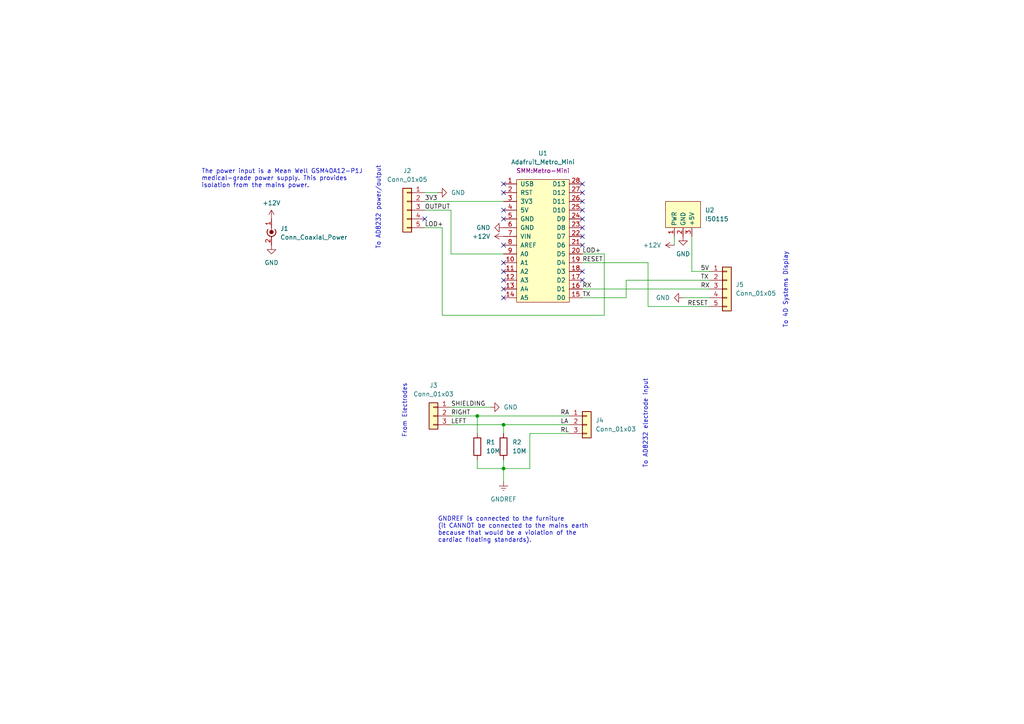
<source format=kicad_sch>
(kicad_sch (version 20211123) (generator eeschema)
  (paper "A4")
  (title_block (title "Electricity In the Body") (date "2022-07-28") (rev "0") (company "Science Museum of Minnesota") (comment 1 "Author: Kate Swanson"))
  (lib_symbols
    (symbol "Connector:Conn_Coaxial_Power" (pin_names (offset 1.016) hide)
      (property "Reference" "J" (at -5.08 -1.27 90))
      (property "Value" "Conn_Coaxial_Power" (at -3.175 -1.27 90))
      (symbol "Conn_Coaxial_Power_0_1"
        (arc (start -1.27 -1.27) (mid 0 -2.54) (end 1.27 -1.27) (stroke (width 0.254)))
        (arc (start -1.016 -0.508) (mid -1.2048 -0.8684) (end -1.27 -1.27) (stroke (width 0.254)))
        (circle (center 0 -1.27) (radius 0.508) (stroke (width 0.2032)) (fill (type outline)))
        (polyline (pts (xy 0 -2.54) (xy 0 -3.048)))
        (polyline (pts (xy 0 0) (xy 0 -1.27)))
        (arc (start 1.27 -1.27) (mid 1.2048 -0.8684) (end 1.016 -0.508) (stroke (width 0.254)))
      )
      (symbol "Conn_Coaxial_Power_1_1"
        (pin passive line (at 0 2.54 270) (length 2.54) (name "In") (number "1"))
        (pin passive line (at 0 -5.08 90) (length 2.54) (name "Ext") (number "2"))
      )
    )
    (symbol "Connector_Generic:Conn_01x03" (pin_names (offset 1.016) hide)
      (property "Reference" "J" (at 0 5.08 0))
      (property "Value" "Conn_01x03" (at 0 -5.08 0))
      (symbol "Conn_01x03_1_1"
        (rectangle (start -1.27 -2.413) (end 0 -2.667) (stroke (width 0.1524)))
        (rectangle (start -1.27 0.127) (end 0 -0.127) (stroke (width 0.1524)))
        (rectangle (start -1.27 2.667) (end 0 2.413) (stroke (width 0.1524)))
        (rectangle (start -1.27 3.81) (end 1.27 -3.81) (stroke (width 0.254)) (fill (type background)))
        (pin passive line (at -5.08 2.54 0) (length 3.81) (name "Pin_1") (number "1"))
        (pin passive line (at -5.08 0 0) (length 3.81) (name "Pin_2") (number "2"))
        (pin passive line (at -5.08 -2.54 0) (length 3.81) (name "Pin_3") (number "3"))
      )
    )
    (symbol "Connector_Generic:Conn_01x05" (pin_names (offset 1.016) hide)
      (property "Reference" "J" (at 0 7.62 0))
      (property "Value" "Conn_01x05" (at 0 -7.62 0))
      (symbol "Conn_01x05_1_1"
        (rectangle (start -1.27 -4.953) (end 0 -5.207) (stroke (width 0.1524)))
        (rectangle (start -1.27 -2.413) (end 0 -2.667) (stroke (width 0.1524)))
        (rectangle (start -1.27 0.127) (end 0 -0.127) (stroke (width 0.1524)))
        (rectangle (start -1.27 2.667) (end 0 2.413) (stroke (width 0.1524)))
        (rectangle (start -1.27 5.207) (end 0 4.953) (stroke (width 0.1524)))
        (rectangle (start -1.27 6.35) (end 1.27 -6.35) (stroke (width 0.254)) (fill (type background)))
        (pin passive line (at -5.08 5.08 0) (length 3.81) (name "Pin_1") (number "1"))
        (pin passive line (at -5.08 2.54 0) (length 3.81) (name "Pin_2") (number "2"))
        (pin passive line (at -5.08 0 0) (length 3.81) (name "Pin_3") (number "3"))
        (pin passive line (at -5.08 -2.54 0) (length 3.81) (name "Pin_4") (number "4"))
        (pin passive line (at -5.08 -5.08 0) (length 3.81) (name "Pin_5") (number "5"))
      )
    )
    (symbol "Device:R" (pin_numbers hide) (pin_names (offset 0))
      (property "Reference" "R" (at 2.032 0 90))
      (property "Value" "R" (at 0 0 90))
      (symbol "R_0_1"
        (rectangle (start -1.016 -2.54) (end 1.016 2.54) (stroke (width 0.254)))
      )
      (symbol "R_1_1"
        (pin passive line (at 0 3.81 270) (length 1.27) (name "~") (number "1"))
        (pin passive line (at 0 -3.81 90) (length 1.27) (name "~") (number "2"))
      )
    )
    (symbol "SMM:Adafruit_Metro_Mini" (pin_names (offset 1.016))
      (property "Reference" "U" (at 0 0 0))
      (property "Value" "Adafruit_Metro_Mini" (at 0 16.51 90))
      (property "Footprint" "SMM:Metro-Mini" (at 0 38.1 0))
      (symbol "Adafruit_Metro_Mini_0_1"
        (rectangle (start -7.62 1.27) (end 7.62 36.83) (fill (type background)))
      )
      (symbol "Adafruit_Metro_Mini_1_1"
        (pin bidirectional line (at -11.43 35.56 0) (length 3.81) (name "USB") (number "1"))
        (pin bidirectional line (at -11.43 12.7 0) (length 3.81) (name "A1") (number "10"))
        (pin bidirectional line (at -11.43 10.16 0) (length 3.81) (name "A2") (number "11"))
        (pin bidirectional line (at -11.43 7.62 0) (length 3.81) (name "A3") (number "12"))
        (pin bidirectional line (at -11.43 5.08 0) (length 3.81) (name "A4") (number "13"))
        (pin bidirectional line (at -11.43 2.54 0) (length 3.81) (name "A5") (number "14"))
        (pin bidirectional line (at 11.43 2.54 180) (length 3.81) (name "D0") (number "15"))
        (pin bidirectional line (at 11.43 5.08 180) (length 3.81) (name "D1") (number "16"))
        (pin bidirectional line (at 11.43 7.62 180) (length 3.81) (name "D2") (number "17"))
        (pin bidirectional line (at 11.43 10.16 180) (length 3.81) (name "D3") (number "18"))
        (pin bidirectional line (at 11.43 12.7 180) (length 3.81) (name "D4") (number "19"))
        (pin bidirectional line (at -11.43 33.02 0) (length 3.81) (name "RST") (number "2"))
        (pin bidirectional line (at 11.43 15.24 180) (length 3.81) (name "D5") (number "20"))
        (pin bidirectional line (at 11.43 17.78 180) (length 3.81) (name "D6") (number "21"))
        (pin bidirectional line (at 11.43 20.32 180) (length 3.81) (name "D7") (number "22"))
        (pin bidirectional line (at 11.43 22.86 180) (length 3.81) (name "D8") (number "23"))
        (pin bidirectional line (at 11.43 25.4 180) (length 3.81) (name "D9") (number "24"))
        (pin bidirectional line (at 11.43 27.94 180) (length 3.81) (name "D10") (number "25"))
        (pin bidirectional line (at 11.43 30.48 180) (length 3.81) (name "D11") (number "26"))
        (pin bidirectional line (at 11.43 33.02 180) (length 3.81) (name "D12") (number "27"))
        (pin bidirectional line (at 11.43 35.56 180) (length 3.81) (name "D13") (number "28"))
        (pin power_out line (at -11.43 30.48 0) (length 3.81) (name "3V3") (number "3"))
        (pin power_out line (at -11.43 27.94 0) (length 3.81) (name "5V") (number "4"))
        (pin power_out line (at -11.43 25.4 0) (length 3.81) (name "GND") (number "5"))
        (pin power_out line (at -11.43 22.86 0) (length 3.81) (name "GND") (number "6"))
        (pin power_in line (at -11.43 20.32 0) (length 3.81) (name "VIN") (number "7"))
        (pin input line (at -11.43 17.78 0) (length 3.81) (name "AREF") (number "8"))
        (pin bidirectional line (at -11.43 15.24 0) (length 3.81) (name "A0") (number "9"))
      )
    )
    (symbol "SMM:I50115"
      (property "Reference" "U" (at 0 0 0))
      (property "Value" "I50115" (at 0 -2.54 0))
      (symbol "I50115_0_1"
        (rectangle (start -5.08 -1.27) (end 5.08 -8.89) (stroke (width 0.1524)) (fill (type background)))
      )
      (symbol "I50115_1_1"
        (pin power_in line (at -2.54 -11.43 90) (length 2.54) (name "PWR") (number "1"))
        (pin unspecified line (at 0 -11.43 90) (length 2.54) (name "GND") (number "2"))
        (pin power_out line (at 2.54 -11.43 90) (length 2.54) (name "+5V") (number "3"))
      )
    )
    (symbol "power:+12V" (power) (pin_names (offset 0))
      (property "Value" "+12V" (at 0 3.556 0))
      (symbol "+12V_0_1"
        (polyline (pts (xy -0.762 1.27) (xy 0 2.54)))
        (polyline (pts (xy 0 0) (xy 0 2.54)))
        (polyline (pts (xy 0 2.54) (xy 0.762 1.27)))
      )
      (symbol "+12V_1_1"
        (pin power_in line (at 0 0 90) (length 0) hide (name "+12V") (number "1"))
      )
    )
    (symbol "power:GND" (power) (pin_names (offset 0))
      (property "Value" "GND" (at 0 -3.81 0))
      (symbol "GND_0_1"
        (polyline (pts (xy 0 0) (xy 0 -1.27) (xy 1.27 -1.27) (xy 0 -2.54) (xy -1.27 -1.27) (xy 0 -1.27)))
      )
      (symbol "GND_1_1"
        (pin power_in line (at 0 0 270) (length 0) hide (name "GND") (number "1"))
      )
    )
    (symbol "power:GNDREF" (power) (pin_names (offset 0))
      (property "Value" "GNDREF" (at 0 -3.81 0))
      (symbol "GNDREF_0_1"
        (polyline (pts (xy -0.635 -1.905) (xy 0.635 -1.905)))
        (polyline (pts (xy -0.127 -2.54) (xy 0.127 -2.54)))
        (polyline (pts (xy 0 -1.27) (xy 0 0)))
        (polyline (pts (xy 1.27 -1.27) (xy -1.27 -1.27)))
      )
      (symbol "GNDREF_1_1"
        (pin power_in line (at 0 0 270) (length 0) hide (name "GNDREF") (number "1"))
      )
    )
  )
  (junction (at 138.43 120.65))
  (junction (at 146.05 135.89))
  (junction (at 146.05 123.19))
  (no_connect (at 146.05 83.82))
  (no_connect (at 146.05 63.5))
  (no_connect (at 168.91 66.04))
  (no_connect (at 146.05 78.74))
  (no_connect (at 168.91 63.5))
  (no_connect (at 168.91 58.42))
  (no_connect (at 168.91 53.34))
  (no_connect (at 146.05 53.34))
  (no_connect (at 146.05 55.88))
  (no_connect (at 146.05 71.12))
  (no_connect (at 146.05 76.2))
  (no_connect (at 146.05 86.36))
  (no_connect (at 146.05 81.28))
  (no_connect (at 168.91 68.58))
  (no_connect (at 168.91 78.74))
  (no_connect (at 168.91 55.88))
  (no_connect (at 168.91 71.12))
  (no_connect (at 123.19 63.5))
  (no_connect (at 146.05 60.96))
  (no_connect (at 168.91 81.28))
  (no_connect (at 168.91 60.96))
  (wire (pts (xy 200.66 78.74) (xy 205.74 78.74)))
  (wire (pts (xy 195.58 71.12) (xy 195.58 68.58)))
  (wire (pts (xy 168.91 83.82) (xy 205.74 83.82)))
  (wire (pts (xy 168.91 86.36) (xy 181.61 86.36)))
  (wire (pts (xy 128.27 91.44) (xy 128.27 66.04)))
  (wire (pts (xy 175.26 91.44) (xy 128.27 91.44)))
  (wire (pts (xy 168.91 73.66) (xy 175.26 73.66)))
  (wire (pts (xy 146.05 73.66) (xy 130.81 73.66)))
  (wire (pts (xy 175.26 73.66) (xy 175.26 91.44)))
  (wire (pts (xy 168.91 76.2) (xy 187.96 76.2)))
  (wire (pts (xy 146.05 139.7) (xy 146.05 135.89)))
  (wire (pts (xy 181.61 81.28) (xy 205.74 81.28)))
  (wire (pts (xy 198.12 86.36) (xy 205.74 86.36)))
  (wire (pts (xy 146.05 123.19) (xy 165.1 123.19)))
  (wire (pts (xy 187.96 88.9) (xy 205.74 88.9)))
  (wire (pts (xy 127 55.88) (xy 123.19 55.88)))
  (wire (pts (xy 123.19 58.42) (xy 146.05 58.42)))
  (wire (pts (xy 146.05 135.89) (xy 153.67 135.89)))
  (wire (pts (xy 200.66 68.58) (xy 200.66 78.74)))
  (wire (pts (xy 146.05 135.89) (xy 146.05 133.35)))
  (wire (pts (xy 138.43 120.65) (xy 165.1 120.65)))
  (wire (pts (xy 130.81 73.66) (xy 130.81 60.96)))
  (wire (pts (xy 128.27 66.04) (xy 123.19 66.04)))
  (wire (pts (xy 130.81 123.19) (xy 146.05 123.19)))
  (wire (pts (xy 146.05 123.19) (xy 146.05 125.73)))
  (wire (pts (xy 130.81 60.96) (xy 123.19 60.96)))
  (wire (pts (xy 138.43 120.65) (xy 138.43 125.73)))
  (wire (pts (xy 138.43 135.89) (xy 138.43 133.35)))
  (wire (pts (xy 138.43 135.89) (xy 146.05 135.89)))
  (wire (pts (xy 181.61 86.36) (xy 181.61 81.28)))
  (wire (pts (xy 187.96 76.2) (xy 187.96 88.9)))
  (wire (pts (xy 153.67 125.73) (xy 165.1 125.73)))
  (wire (pts (xy 130.81 120.65) (xy 138.43 120.65)))
  (wire (pts (xy 142.24 118.11) (xy 130.81 118.11)))
  (wire (pts (xy 153.67 135.89) (xy 153.67 125.73)))
  (text "The power input is a Mean Well GSM40A12-P1J\nmedical-grade power supply. This provides\nisolation from the mains power.\n" (at 58.42 54.61 0) (effects (font (size 1.27 1.27)) (justify left bottom)))
  (text "To AD8232 electrode input\n" (at 187.96 135.89 90) (effects (font (size 1.27 1.27)) (justify left bottom)))
  (text "From Electrodes\n" (at 118.11 127 90) (effects (font (size 1.27 1.27)) (justify left bottom)))
  (text "To AD8232 power/output\n" (at 110.49 72.39 90) (effects (font (size 1.27 1.27)) (justify left bottom)))
  (text "GNDREF is connected to the furniture\n(it CANNOT be connected to the mains earth\nbecause that would be a violation of the\ncardiac floating standards)." (at 127 157.48 0) (effects (font (size 1.27 1.27)) (justify left bottom)))
  (text "To 4D Systems Display\n" (at 228.6 95.25 90) (effects (font (size 1.27 1.27)) (justify left bottom)))
  (label "LEFT" (at 130.81 123.19 0))
  (label "OUTPUT" (at 123.19 60.96 0))
  (label "5V" (at 203.2 78.74 0))
  (label "LOD+" (at 168.91 73.66 0))
  (label "RA" (at 162.56 120.65 0))
  (label "TX" (at 168.91 86.36 0))
  (label "3V3" (at 123.19 58.42 0))
  (label "LOD+" (at 123.19 66.04 0))
  (label "LA" (at 162.56 123.19 0))
  (label "SHIELDING" (at 130.81 118.11 0))
  (label "TX" (at 203.2 81.28 0))
  (label "RESET" (at 168.91 76.2 0))
  (label "RL" (at 162.56 125.73 0))
  (label "RX" (at 168.91 83.82 0))
  (label "RIGHT" (at 130.81 120.65 0))
  (label "RX" (at 203.2 83.82 0))
  (label "RESET" (at 199.39 88.9 0))
  (symbol (lib_id "Device:R") (at 146.05 129.54 0) (unit 1)
    (property "Reference" "R2" (at 148.59 128.2699 0) (effects (justify left)))
    (property "Value" "10M" (at 148.59 130.8099 0) (effects (justify left)))
  )
  (symbol (lib_id "power:GND") (at 142.24 118.11 90) (unit 1)
    (property "Reference" "#PWR04" (effects hide))
    (property "Value" "GND" (at 146.05 118.1099 90) (effects (justify right)))
  )
  (symbol (lib_id "Connector_Generic:Conn_01x03") (at 170.18 123.19 0) (unit 1)
    (property "Reference" "J4" (at 172.72 121.9199 0) (effects (justify left)))
    (property "Value" "Conn_01x03" (at 172.72 124.4599 0) (effects (justify left)))
  )
  (symbol (lib_id "power:GND") (at 78.74 71.12 0) (unit 1)
    (property "Reference" "#PWR02" (effects hide))
    (property "Value" "GND" (at 78.74 76.2 0))
  )
  (symbol (lib_id "Connector_Generic:Conn_01x05") (at 118.11 60.96 0) (mirror y) (unit 1)
    (property "Reference" "J2" (at 118.11 49.53 0))
    (property "Value" "Conn_01x05" (at 118.11 52.07 0))
  )
  (symbol (lib_id "power:GND") (at 146.05 66.04 270) (mirror x) (unit 1)
    (property "Reference" "#PWR05" (effects hide))
    (property "Value" "GND" (at 142.24 66.0399 90) (effects (justify right)))
  )
  (symbol (lib_id "power:+12V") (at 146.05 68.58 90) (unit 1)
    (property "Reference" "#PWR06" (effects hide))
    (property "Value" "+12V" (at 142.24 68.5799 90) (effects (justify left)))
  )
  (symbol (lib_id "SMM:I50115") (at 198.12 57.15 0) (unit 1)
    (property "Reference" "U2" (at 204.47 60.9599 0) (effects (justify left)))
    (property "Value" "I50115" (at 204.47 63.4999 0) (effects (justify left)))
  )
  (symbol (lib_id "power:+12V") (at 195.58 71.12 90) (unit 1)
    (property "Reference" "#PWR08" (effects hide))
    (property "Value" "+12V" (at 191.77 71.1199 90) (effects (justify left)))
  )
  (symbol (lib_id "power:GND") (at 198.12 86.36 270) (unit 1)
    (property "Reference" "#PWR010" (effects hide))
    (property "Value" "GND" (at 194.31 86.3599 90) (effects (justify right)))
  )
  (symbol (lib_id "power:GND") (at 198.12 68.58 0) (unit 1)
    (property "Reference" "#PWR09" (effects hide))
    (property "Value" "GND" (at 198.12 73.66 0))
  )
  (symbol (lib_id "Device:R") (at 138.43 129.54 0) (unit 1)
    (property "Reference" "R1" (at 140.97 128.2699 0) (effects (justify left)))
    (property "Value" "10M" (at 140.97 130.8099 0) (effects (justify left)))
  )
  (symbol (lib_id "SMM:Adafruit_Metro_Mini") (at 157.48 88.9 0) (unit 1)
    (property "Reference" "U1" (at 157.48 44.45 0))
    (property "Value" "Adafruit_Metro_Mini" (at 157.48 46.99 0))
    (property "Footprint" "SMM:Metro-Mini" (at 157.48 49.53 0))
  )
  (symbol (lib_id "Connector:Conn_Coaxial_Power") (at 78.74 66.04 0) (unit 1)
    (property "Reference" "J1" (at 81.28 66.2939 0) (effects (justify left)))
    (property "Value" "Conn_Coaxial_Power" (at 81.28 68.8339 0) (effects (justify left)))
  )
  (symbol (lib_id "Connector_Generic:Conn_01x05") (at 210.82 83.82 0) (unit 1)
    (property "Reference" "J5" (at 213.36 82.5499 0) (effects (justify left)))
    (property "Value" "Conn_01x05" (at 213.36 85.0899 0) (effects (justify left)))
  )
  (symbol (lib_id "power:GNDREF") (at 146.05 139.7 0) (unit 1)
    (property "Reference" "#PWR07" (effects hide))
    (property "Value" "GNDREF" (at 146.05 144.78 0))
  )
  (symbol (lib_id "power:GND") (at 127 55.88 90) (unit 1)
    (property "Reference" "#PWR03" (effects hide))
    (property "Value" "GND" (at 130.81 55.8799 90) (effects (justify right)))
  )
  (symbol (lib_id "power:+12V") (at 78.74 63.5 0) (unit 1)
    (property "Reference" "#PWR01" (effects hide))
    (property "Value" "+12V" (at 78.74 58.8772 0))
  )
  (symbol (lib_id "Connector_Generic:Conn_01x03") (at 125.73 120.65 0) (mirror y) (unit 1)
    (property "Reference" "J3" (at 125.73 111.76 0))
    (property "Value" "Conn_01x03" (at 125.73 114.3 0))
  )
)
</source>
